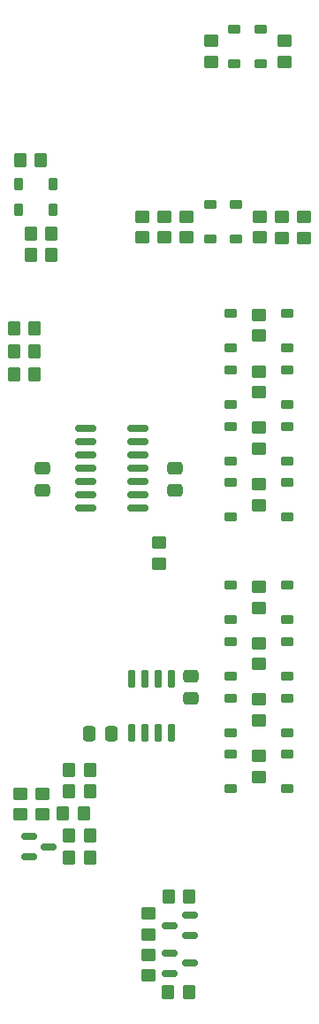
<source format=gbp>
G04 #@! TF.GenerationSoftware,KiCad,Pcbnew,8.0.2-1*
G04 #@! TF.CreationDate,2024-09-25T20:59:28+02:00*
G04 #@! TF.ProjectId,wavefolder,77617665-666f-46c6-9465-722e6b696361,rev?*
G04 #@! TF.SameCoordinates,Original*
G04 #@! TF.FileFunction,Paste,Bot*
G04 #@! TF.FilePolarity,Positive*
%FSLAX46Y46*%
G04 Gerber Fmt 4.6, Leading zero omitted, Abs format (unit mm)*
G04 Created by KiCad (PCBNEW 8.0.2-1) date 2024-09-25 20:59:28*
%MOMM*%
%LPD*%
G01*
G04 APERTURE LIST*
G04 Aperture macros list*
%AMRoundRect*
0 Rectangle with rounded corners*
0 $1 Rounding radius*
0 $2 $3 $4 $5 $6 $7 $8 $9 X,Y pos of 4 corners*
0 Add a 4 corners polygon primitive as box body*
4,1,4,$2,$3,$4,$5,$6,$7,$8,$9,$2,$3,0*
0 Add four circle primitives for the rounded corners*
1,1,$1+$1,$2,$3*
1,1,$1+$1,$4,$5*
1,1,$1+$1,$6,$7*
1,1,$1+$1,$8,$9*
0 Add four rect primitives between the rounded corners*
20,1,$1+$1,$2,$3,$4,$5,0*
20,1,$1+$1,$4,$5,$6,$7,0*
20,1,$1+$1,$6,$7,$8,$9,0*
20,1,$1+$1,$8,$9,$2,$3,0*%
G04 Aperture macros list end*
%ADD10RoundRect,0.250000X0.350000X0.450000X-0.350000X0.450000X-0.350000X-0.450000X0.350000X-0.450000X0*%
%ADD11RoundRect,0.250000X-0.350000X-0.450000X0.350000X-0.450000X0.350000X0.450000X-0.350000X0.450000X0*%
%ADD12RoundRect,0.250000X-0.450000X0.350000X-0.450000X-0.350000X0.450000X-0.350000X0.450000X0.350000X0*%
%ADD13RoundRect,0.225000X0.375000X-0.225000X0.375000X0.225000X-0.375000X0.225000X-0.375000X-0.225000X0*%
%ADD14RoundRect,0.150000X-0.587500X-0.150000X0.587500X-0.150000X0.587500X0.150000X-0.587500X0.150000X0*%
%ADD15RoundRect,0.250000X0.450000X-0.350000X0.450000X0.350000X-0.450000X0.350000X-0.450000X-0.350000X0*%
%ADD16RoundRect,0.250000X-0.475000X0.337500X-0.475000X-0.337500X0.475000X-0.337500X0.475000X0.337500X0*%
%ADD17RoundRect,0.225000X-0.375000X0.225000X-0.375000X-0.225000X0.375000X-0.225000X0.375000X0.225000X0*%
%ADD18RoundRect,0.225000X0.225000X0.375000X-0.225000X0.375000X-0.225000X-0.375000X0.225000X-0.375000X0*%
%ADD19RoundRect,0.150000X0.587500X0.150000X-0.587500X0.150000X-0.587500X-0.150000X0.587500X-0.150000X0*%
%ADD20RoundRect,0.150000X0.150000X-0.725000X0.150000X0.725000X-0.150000X0.725000X-0.150000X-0.725000X0*%
%ADD21RoundRect,0.250000X-0.337500X-0.475000X0.337500X-0.475000X0.337500X0.475000X-0.337500X0.475000X0*%
%ADD22RoundRect,0.225000X-0.225000X-0.375000X0.225000X-0.375000X0.225000X0.375000X-0.225000X0.375000X0*%
%ADD23RoundRect,0.250000X0.475000X-0.337500X0.475000X0.337500X-0.475000X0.337500X-0.475000X-0.337500X0*%
%ADD24RoundRect,0.150000X0.825000X0.150000X-0.825000X0.150000X-0.825000X-0.150000X0.825000X-0.150000X0*%
G04 APERTURE END LIST*
D10*
X103100000Y-95700000D03*
X101100000Y-95700000D03*
D11*
X101100000Y-93500000D03*
X103100000Y-93500000D03*
D10*
X108400000Y-144100000D03*
X106400000Y-144100000D03*
D12*
X124600000Y-103000000D03*
X124600000Y-105000000D03*
D13*
X121900000Y-111550000D03*
X121900000Y-108250000D03*
X122250000Y-68150000D03*
X122250000Y-64850000D03*
D14*
X116062500Y-155175000D03*
X116062500Y-153275000D03*
X117937500Y-154225000D03*
D13*
X121900000Y-137550000D03*
X121900000Y-134250000D03*
D10*
X117900000Y-157000000D03*
X115900000Y-157000000D03*
D12*
X124600000Y-118200000D03*
X124600000Y-120200000D03*
X124700000Y-82800000D03*
X124700000Y-84800000D03*
D15*
X124600000Y-99600000D03*
X124600000Y-97600000D03*
D16*
X118100000Y-126762500D03*
X118100000Y-128837500D03*
D17*
X127300000Y-118050000D03*
X127300000Y-121350000D03*
X127300000Y-123450000D03*
X127300000Y-126750000D03*
D13*
X121900000Y-132150000D03*
X121900000Y-128850000D03*
D10*
X103700000Y-77400000D03*
X101700000Y-77400000D03*
D12*
X124600000Y-92200000D03*
X124600000Y-94200000D03*
D13*
X121900000Y-100750000D03*
X121900000Y-97450000D03*
D12*
X120000000Y-66000000D03*
X120000000Y-68000000D03*
D10*
X103100000Y-97900000D03*
X101100000Y-97900000D03*
D12*
X127000000Y-66000000D03*
X127000000Y-68000000D03*
D18*
X104850000Y-82150000D03*
X101550000Y-82150000D03*
D10*
X108400000Y-135700000D03*
X106400000Y-135700000D03*
D17*
X127300000Y-102850000D03*
X127300000Y-106150000D03*
X124750000Y-64850000D03*
X124750000Y-68150000D03*
X127300000Y-108250000D03*
X127300000Y-111550000D03*
D15*
X113400000Y-84800000D03*
X113400000Y-82800000D03*
D12*
X115500000Y-82800000D03*
X115500000Y-84800000D03*
D15*
X124600000Y-125600000D03*
X124600000Y-123600000D03*
D12*
X128900000Y-82850000D03*
X128900000Y-84850000D03*
D17*
X127300000Y-128850000D03*
X127300000Y-132150000D03*
D13*
X121900000Y-126750000D03*
X121900000Y-123450000D03*
D11*
X115930000Y-147800000D03*
X117930000Y-147800000D03*
D15*
X117600000Y-84800000D03*
X117600000Y-82800000D03*
D19*
X117937500Y-149650000D03*
X117937500Y-151550000D03*
X116062500Y-150600000D03*
D10*
X104700000Y-84400000D03*
X102700000Y-84400000D03*
D15*
X124600000Y-110400000D03*
X124600000Y-108400000D03*
D10*
X108400000Y-142000000D03*
X106400000Y-142000000D03*
D15*
X115000000Y-116000000D03*
X115000000Y-114000000D03*
D12*
X124600000Y-129000000D03*
X124600000Y-131000000D03*
D20*
X116205000Y-132175000D03*
X114935000Y-132175000D03*
X113665000Y-132175000D03*
X112395000Y-132175000D03*
X112395000Y-127025000D03*
X113665000Y-127025000D03*
X114935000Y-127025000D03*
X116205000Y-127025000D03*
D21*
X108362500Y-132300000D03*
X110437500Y-132300000D03*
D16*
X116500000Y-106862500D03*
X116500000Y-108937500D03*
D11*
X102700000Y-86500000D03*
X104700000Y-86500000D03*
D17*
X122400000Y-81650000D03*
X122400000Y-84950000D03*
D14*
X102562500Y-144012500D03*
X102562500Y-142112500D03*
X104437500Y-143062500D03*
D22*
X101550000Y-79700000D03*
X104850000Y-79700000D03*
D13*
X121900000Y-106150000D03*
X121900000Y-102850000D03*
X121900000Y-95350000D03*
X121900000Y-92050000D03*
D23*
X103800000Y-108937500D03*
X103800000Y-106862500D03*
D13*
X121900000Y-121350000D03*
X121900000Y-118050000D03*
D24*
X112950000Y-103050000D03*
X112950000Y-104320000D03*
X112950000Y-105590000D03*
X112950000Y-106860000D03*
X112950000Y-108130000D03*
X112950000Y-109400000D03*
X112950000Y-110670000D03*
X108000000Y-110670000D03*
X108000000Y-109400000D03*
X108000000Y-108130000D03*
X108000000Y-106860000D03*
X108000000Y-105590000D03*
X108000000Y-104320000D03*
X108000000Y-103050000D03*
D15*
X126800000Y-84850000D03*
X126800000Y-82850000D03*
D17*
X127300000Y-92050000D03*
X127300000Y-95350000D03*
D10*
X108400000Y-137800000D03*
X106400000Y-137800000D03*
D17*
X127300000Y-97450000D03*
X127300000Y-100750000D03*
D15*
X124600000Y-136400000D03*
X124600000Y-134400000D03*
D13*
X119900000Y-84950000D03*
X119900000Y-81650000D03*
D12*
X114000000Y-153400000D03*
X114000000Y-155400000D03*
X114000000Y-149450000D03*
X114000000Y-151450000D03*
D17*
X127300000Y-134250000D03*
X127300000Y-137550000D03*
D11*
X105800000Y-139900000D03*
X107800000Y-139900000D03*
D12*
X101700000Y-138000000D03*
X101700000Y-140000000D03*
D15*
X103800000Y-140000000D03*
X103800000Y-138000000D03*
M02*

</source>
